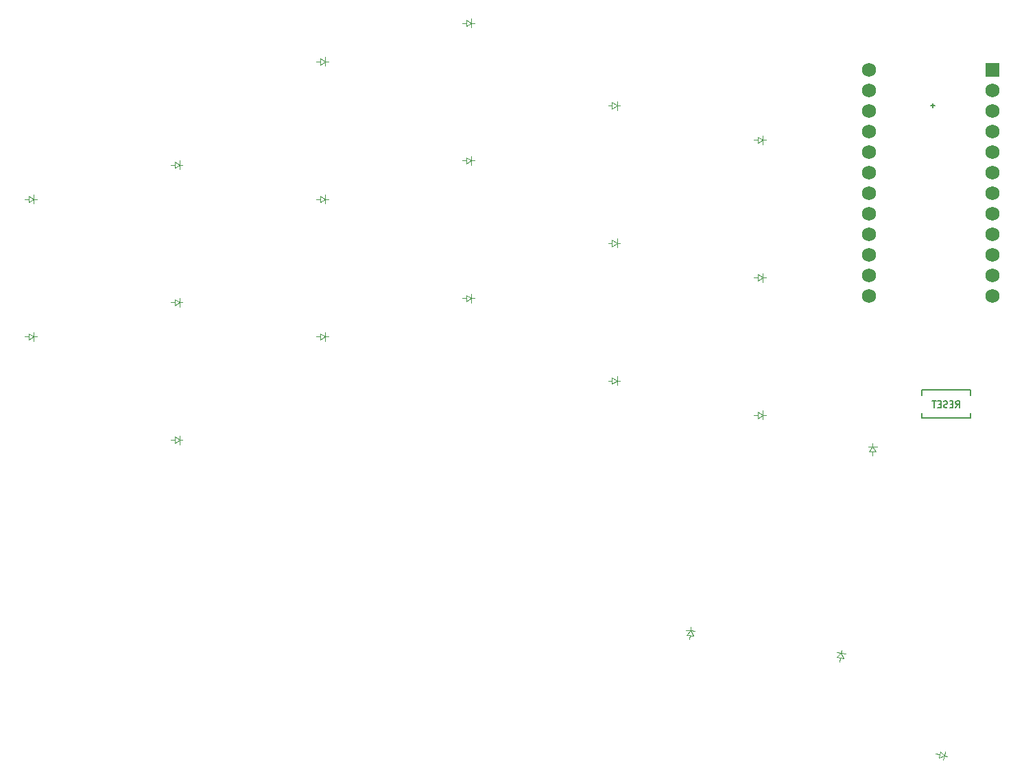
<source format=gbr>
%TF.GenerationSoftware,KiCad,Pcbnew,7.0.1-3b83917a11~171~ubuntu22.04.1*%
%TF.CreationDate,2023-03-24T21:38:12-04:00*%
%TF.ProjectId,whisper,77686973-7065-4722-9e6b-696361645f70,v1.0.0*%
%TF.SameCoordinates,Original*%
%TF.FileFunction,Legend,Bot*%
%TF.FilePolarity,Positive*%
%FSLAX46Y46*%
G04 Gerber Fmt 4.6, Leading zero omitted, Abs format (unit mm)*
G04 Created by KiCad (PCBNEW 7.0.1-3b83917a11~171~ubuntu22.04.1) date 2023-03-24 21:38:12*
%MOMM*%
%LPD*%
G01*
G04 APERTURE LIST*
%ADD10C,0.150000*%
%ADD11C,0.100000*%
%ADD12R,1.752600X1.752600*%
%ADD13C,1.752600*%
G04 APERTURE END LIST*
D10*
%TO.C,RSW1*%
X259561904Y-127870095D02*
X259828571Y-127489142D01*
X260019047Y-127870095D02*
X260019047Y-127070095D01*
X260019047Y-127070095D02*
X259714285Y-127070095D01*
X259714285Y-127070095D02*
X259638095Y-127108190D01*
X259638095Y-127108190D02*
X259600000Y-127146285D01*
X259600000Y-127146285D02*
X259561904Y-127222476D01*
X259561904Y-127222476D02*
X259561904Y-127336761D01*
X259561904Y-127336761D02*
X259600000Y-127412952D01*
X259600000Y-127412952D02*
X259638095Y-127451047D01*
X259638095Y-127451047D02*
X259714285Y-127489142D01*
X259714285Y-127489142D02*
X260019047Y-127489142D01*
X259219047Y-127451047D02*
X258952381Y-127451047D01*
X258838095Y-127870095D02*
X259219047Y-127870095D01*
X259219047Y-127870095D02*
X259219047Y-127070095D01*
X259219047Y-127070095D02*
X258838095Y-127070095D01*
X258533333Y-127832000D02*
X258419047Y-127870095D01*
X258419047Y-127870095D02*
X258228571Y-127870095D01*
X258228571Y-127870095D02*
X258152380Y-127832000D01*
X258152380Y-127832000D02*
X258114285Y-127793904D01*
X258114285Y-127793904D02*
X258076190Y-127717714D01*
X258076190Y-127717714D02*
X258076190Y-127641523D01*
X258076190Y-127641523D02*
X258114285Y-127565333D01*
X258114285Y-127565333D02*
X258152380Y-127527238D01*
X258152380Y-127527238D02*
X258228571Y-127489142D01*
X258228571Y-127489142D02*
X258380952Y-127451047D01*
X258380952Y-127451047D02*
X258457142Y-127412952D01*
X258457142Y-127412952D02*
X258495237Y-127374857D01*
X258495237Y-127374857D02*
X258533333Y-127298666D01*
X258533333Y-127298666D02*
X258533333Y-127222476D01*
X258533333Y-127222476D02*
X258495237Y-127146285D01*
X258495237Y-127146285D02*
X258457142Y-127108190D01*
X258457142Y-127108190D02*
X258380952Y-127070095D01*
X258380952Y-127070095D02*
X258190475Y-127070095D01*
X258190475Y-127070095D02*
X258076190Y-127108190D01*
X257733332Y-127451047D02*
X257466666Y-127451047D01*
X257352380Y-127870095D02*
X257733332Y-127870095D01*
X257733332Y-127870095D02*
X257733332Y-127070095D01*
X257733332Y-127070095D02*
X257352380Y-127070095D01*
X257123808Y-127070095D02*
X256666665Y-127070095D01*
X256895237Y-127870095D02*
X256895237Y-127070095D01*
D11*
%TO.C,D14*%
X218141727Y-90581727D02*
X217741727Y-90581727D01*
X217741727Y-90581727D02*
X217741727Y-91131727D01*
X217741727Y-90581727D02*
X217741727Y-90031727D01*
X217741727Y-90581727D02*
X217141727Y-90981727D01*
X217141727Y-90981727D02*
X217141727Y-90181727D01*
X217141727Y-90581727D02*
X216641727Y-90581727D01*
X217141727Y-90181727D02*
X217741727Y-90581727D01*
%TO.C,D12*%
X218141727Y-124581727D02*
X217741727Y-124581727D01*
X217741727Y-124581727D02*
X217741727Y-125131727D01*
X217741727Y-124581727D02*
X217741727Y-124031727D01*
X217741727Y-124581727D02*
X217141727Y-124981727D01*
X217141727Y-124981727D02*
X217141727Y-124181727D01*
X217141727Y-124581727D02*
X216641727Y-124581727D01*
X217141727Y-124181727D02*
X217741727Y-124581727D01*
%TO.C,D9*%
X200141727Y-114381727D02*
X199741727Y-114381727D01*
X199741727Y-114381727D02*
X199741727Y-114931727D01*
X199741727Y-114381727D02*
X199741727Y-113831727D01*
X199741727Y-114381727D02*
X199141727Y-114781727D01*
X199141727Y-114781727D02*
X199141727Y-113981727D01*
X199141727Y-114381727D02*
X198641727Y-114381727D01*
X199141727Y-113981727D02*
X199741727Y-114381727D01*
%TO.C,D16*%
X236141727Y-111831727D02*
X235741727Y-111831727D01*
X235741727Y-111831727D02*
X235741727Y-112381727D01*
X235741727Y-111831727D02*
X235741727Y-111281727D01*
X235741727Y-111831727D02*
X235141727Y-112231727D01*
X235141727Y-112231727D02*
X235141727Y-111431727D01*
X235141727Y-111831727D02*
X234641727Y-111831727D01*
X235141727Y-111431727D02*
X235741727Y-111831727D01*
%TO.C,D8*%
X182141727Y-85141727D02*
X181741727Y-85141727D01*
X181741727Y-85141727D02*
X181741727Y-85691727D01*
X181741727Y-85141727D02*
X181741727Y-84591727D01*
X181741727Y-85141727D02*
X181141727Y-85541727D01*
X181141727Y-85541727D02*
X181141727Y-84741727D01*
X181141727Y-85141727D02*
X180641727Y-85141727D01*
X181141727Y-84741727D02*
X181741727Y-85141727D01*
%TO.C,D2*%
X146141727Y-102141727D02*
X145741727Y-102141727D01*
X145741727Y-102141727D02*
X145741727Y-102691727D01*
X145741727Y-102141727D02*
X145741727Y-101591727D01*
X145741727Y-102141727D02*
X145141727Y-102541727D01*
X145141727Y-102541727D02*
X145141727Y-101741727D01*
X145141727Y-102141727D02*
X144641727Y-102141727D01*
X145141727Y-101741727D02*
X145741727Y-102141727D01*
%TO.C,D10*%
X200141727Y-97381727D02*
X199741727Y-97381727D01*
X199741727Y-97381727D02*
X199741727Y-97931727D01*
X199741727Y-97381727D02*
X199741727Y-96831727D01*
X199741727Y-97381727D02*
X199141727Y-97781727D01*
X199141727Y-97781727D02*
X199141727Y-96981727D01*
X199141727Y-97381727D02*
X198641727Y-97381727D01*
X199141727Y-96981727D02*
X199741727Y-97381727D01*
%TO.C,D6*%
X182141727Y-119141727D02*
X181741727Y-119141727D01*
X181741727Y-119141727D02*
X181741727Y-119691727D01*
X181741727Y-119141727D02*
X181741727Y-118591727D01*
X181741727Y-119141727D02*
X181141727Y-119541727D01*
X181141727Y-119541727D02*
X181141727Y-118741727D01*
X181141727Y-119141727D02*
X180641727Y-119141727D01*
X181141727Y-118741727D02*
X181741727Y-119141727D01*
%TO.C,D7*%
X182141727Y-102141727D02*
X181741727Y-102141727D01*
X181741727Y-102141727D02*
X181741727Y-102691727D01*
X181741727Y-102141727D02*
X181741727Y-101591727D01*
X181741727Y-102141727D02*
X181141727Y-102541727D01*
X181141727Y-102541727D02*
X181141727Y-101741727D01*
X181141727Y-102141727D02*
X180641727Y-102141727D01*
X181141727Y-101741727D02*
X181741727Y-102141727D01*
%TO.C,D15*%
X236141727Y-128831727D02*
X235741727Y-128831727D01*
X235741727Y-128831727D02*
X235741727Y-129381727D01*
X235741727Y-128831727D02*
X235741727Y-128281727D01*
X235741727Y-128831727D02*
X235141727Y-129231727D01*
X235141727Y-129231727D02*
X235141727Y-128431727D01*
X235141727Y-128831727D02*
X234641727Y-128831727D01*
X235141727Y-128431727D02*
X235741727Y-128831727D01*
%TO.C,D3*%
X164141727Y-131891727D02*
X163741727Y-131891727D01*
X163741727Y-131891727D02*
X163741727Y-132441727D01*
X163741727Y-131891727D02*
X163741727Y-131341727D01*
X163741727Y-131891727D02*
X163141727Y-132291727D01*
X163141727Y-132291727D02*
X163141727Y-131491727D01*
X163141727Y-131891727D02*
X162641727Y-131891727D01*
X163141727Y-131491727D02*
X163741727Y-131891727D01*
%TO.C,D1*%
X146141727Y-119141727D02*
X145741727Y-119141727D01*
X145741727Y-119141727D02*
X145741727Y-119691727D01*
X145741727Y-119141727D02*
X145741727Y-118591727D01*
X145741727Y-119141727D02*
X145141727Y-119541727D01*
X145141727Y-119541727D02*
X145141727Y-118741727D01*
X145141727Y-119141727D02*
X144641727Y-119141727D01*
X145141727Y-118741727D02*
X145741727Y-119141727D01*
%TO.C,D5*%
X164141727Y-97891727D02*
X163741727Y-97891727D01*
X163741727Y-97891727D02*
X163741727Y-98441727D01*
X163741727Y-97891727D02*
X163741727Y-97341727D01*
X163741727Y-97891727D02*
X163141727Y-98291727D01*
X163141727Y-98291727D02*
X163141727Y-97491727D01*
X163141727Y-97891727D02*
X162641727Y-97891727D01*
X163141727Y-97491727D02*
X163741727Y-97891727D01*
%TO.C,D13*%
X218141727Y-107581727D02*
X217741727Y-107581727D01*
X217741727Y-107581727D02*
X217741727Y-108131727D01*
X217741727Y-107581727D02*
X217741727Y-107031727D01*
X217741727Y-107581727D02*
X217141727Y-107981727D01*
X217141727Y-107981727D02*
X217141727Y-107181727D01*
X217141727Y-107581727D02*
X216641727Y-107581727D01*
X217141727Y-107181727D02*
X217741727Y-107581727D01*
%TO.C,D4*%
X164141727Y-114891727D02*
X163741727Y-114891727D01*
X163741727Y-114891727D02*
X163741727Y-115441727D01*
X163741727Y-114891727D02*
X163741727Y-114341727D01*
X163741727Y-114891727D02*
X163141727Y-115291727D01*
X163141727Y-115291727D02*
X163141727Y-114491727D01*
X163141727Y-114891727D02*
X162641727Y-114891727D01*
X163141727Y-114491727D02*
X163741727Y-114891727D01*
%TO.C,D18*%
X226841873Y-155033204D02*
X226807011Y-155431682D01*
X226807011Y-155431682D02*
X227354918Y-155479618D01*
X226807011Y-155431682D02*
X226259103Y-155383746D01*
X226807011Y-155431682D02*
X227153195Y-156064261D01*
X227153195Y-156064261D02*
X226356239Y-155994536D01*
X226754717Y-156029399D02*
X226711139Y-156527496D01*
X226356239Y-155994536D02*
X226807011Y-155431682D01*
%TO.C,D19*%
X245468648Y-157837432D02*
X245399189Y-158231355D01*
X245399189Y-158231355D02*
X245940833Y-158326862D01*
X245399189Y-158231355D02*
X244857545Y-158135849D01*
X245399189Y-158231355D02*
X245688923Y-158891699D01*
X245688923Y-158891699D02*
X244901077Y-158752781D01*
X245295000Y-158822240D02*
X245208176Y-159314644D01*
X244901077Y-158752781D02*
X245399189Y-158231355D01*
%TO.C,D21*%
X249280000Y-132310000D02*
X249280000Y-132710000D01*
X249280000Y-132710000D02*
X249830000Y-132710000D01*
X249280000Y-132710000D02*
X248730000Y-132710000D01*
X249280000Y-132710000D02*
X249680000Y-133310000D01*
X249680000Y-133310000D02*
X248880000Y-133310000D01*
X249280000Y-133310000D02*
X249280000Y-133810000D01*
X248880000Y-133310000D02*
X249280000Y-132710000D01*
%TO.C,D17*%
X236141727Y-94831727D02*
X235741727Y-94831727D01*
X235741727Y-94831727D02*
X235741727Y-95381727D01*
X235741727Y-94831727D02*
X235741727Y-94281727D01*
X235741727Y-94831727D02*
X235141727Y-95231727D01*
X235141727Y-95231727D02*
X235141727Y-94431727D01*
X235141727Y-94831727D02*
X234641727Y-94831727D01*
X235141727Y-94431727D02*
X235741727Y-94831727D01*
D10*
%TO.C,RSW1*%
X255400000Y-125700000D02*
X255400000Y-126400000D01*
X255400000Y-125700000D02*
X261300000Y-125700000D01*
X255400000Y-125700000D02*
X261400000Y-125700000D01*
X255400000Y-129200000D02*
X255400000Y-128600000D01*
X261400000Y-125700000D02*
X261400000Y-126400000D01*
X261400000Y-129200000D02*
X255400000Y-129200000D01*
X261400000Y-129200000D02*
X261400000Y-128600000D01*
%TO.C,JST REV1*%
X256441727Y-90581727D02*
X256941727Y-90581727D01*
X256691727Y-90331727D02*
X256691727Y-90831727D01*
D11*
%TO.C,D11*%
X200141727Y-80381727D02*
X199741727Y-80381727D01*
X199741727Y-80381727D02*
X199741727Y-80931727D01*
X199741727Y-80381727D02*
X199741727Y-79831727D01*
X199741727Y-80381727D02*
X199141727Y-80781727D01*
X199141727Y-80781727D02*
X199141727Y-79981727D01*
X199141727Y-80381727D02*
X198641727Y-80381727D01*
X199141727Y-79981727D02*
X199741727Y-80381727D01*
%TO.C,D20*%
X258525883Y-171023924D02*
X258139513Y-170920397D01*
X258139513Y-170920397D02*
X257997163Y-171451656D01*
X258139513Y-170920397D02*
X258281864Y-170389137D01*
X258139513Y-170920397D02*
X257456430Y-171151476D01*
X257456430Y-171151476D02*
X257663485Y-170378735D01*
X257559958Y-170765105D02*
X257076995Y-170635696D01*
X257663485Y-170378735D02*
X258139513Y-170920397D01*
%TD*%
D12*
%TO.C,MCU1*%
X264081727Y-86133727D03*
D13*
X264081727Y-88673727D03*
X264081727Y-91213727D03*
X264081727Y-93753727D03*
X264081727Y-96293727D03*
X264081727Y-98833727D03*
X264081727Y-101373727D03*
X264081727Y-103913727D03*
X264081727Y-106453727D03*
X264081727Y-108993727D03*
X264081727Y-111533727D03*
X264081727Y-114073727D03*
X248841727Y-86133727D03*
X248841727Y-88673727D03*
X248841727Y-91213727D03*
X248841727Y-93753727D03*
X248841727Y-96293727D03*
X248841727Y-98833727D03*
X248841727Y-101373727D03*
X248841727Y-103913727D03*
X248841727Y-106453727D03*
X248841727Y-108993727D03*
X248841727Y-111533727D03*
X248841727Y-114073727D03*
%TD*%
M02*

</source>
